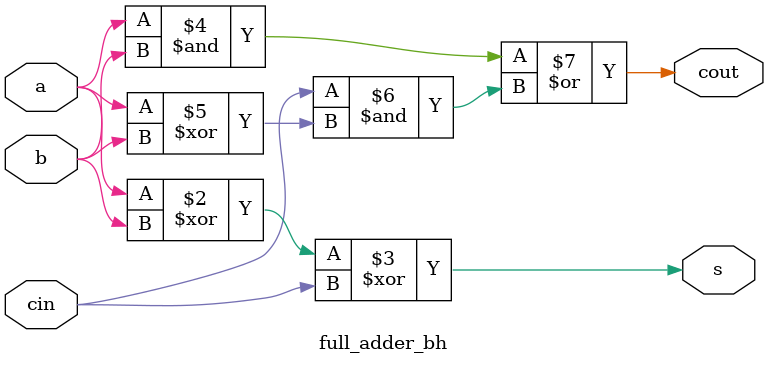
<source format=v>
/***********************************************************
File Name:	full_adder_bh.v
Author: 	Kevan Thompson
Date:		March 13, 2024
Description: A behavioral implementation of a full adder. 
			Operands are a, b, and cin. s in the sum, and c is
			the carry bit

***********************************************************/

module full_adder_bh(
	input a,
	input b,
	input cin,
	output reg s,
	output reg cout
);

always@(a,b,cin)
begin
    s = a ^ b ^ cin;
    cout = (a & b) | (cin & (a ^ b));
end
    
endmodule



</source>
